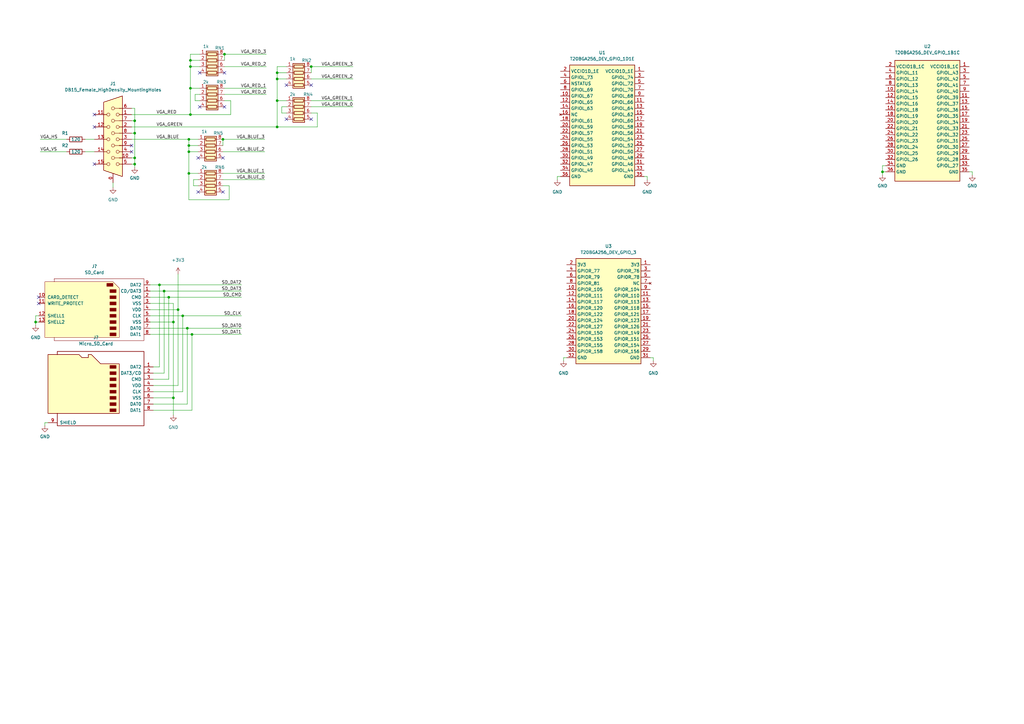
<source format=kicad_sch>
(kicad_sch (version 20211123) (generator eeschema)
  (paper "A3")
  (title_block (title "Trion T20F256 Super6502 Shield"))
  (lib_symbols
    (symbol "Connector:DB15_Female_HighDensity_MountingHoles" (pin_names (offset 1.016) hide)
      (property "Reference" "J" (at 0 21.59 0))
      (property "Value" "DB15_Female_HighDensity_MountingHoles" (at 0 19.05 0))
      (symbol "DB15_Female_HighDensity_MountingHoles_0_1"
        (circle (center -1.905 -10.16) (radius 0.635))
        (circle (center -1.905 -5.08) (radius 0.635))
        (circle (center -1.905 0) (radius 0.635))
        (circle (center -1.905 5.08) (radius 0.635))
        (circle (center -1.905 10.16) (radius 0.635))
        (circle (center 0 -7.62) (radius 0.635))
        (circle (center 0 -2.54) (radius 0.635))
        (polyline (pts (xy -3.175 7.62) (xy -0.635 7.62)))
        (polyline (pts (xy -0.635 -7.62) (xy -3.175 -7.62)))
        (polyline (pts (xy -0.635 -2.54) (xy -3.175 -2.54)))
        (polyline (pts (xy -0.635 2.54) (xy -3.175 2.54)))
        (polyline (pts (xy -0.635 12.7) (xy -3.175 12.7)))
        (polyline (pts (xy -3.81 17.78) (xy -3.81 -15.24) (xy 3.81 -12.7) (xy 3.81 15.24) (xy -3.81 17.78)) (stroke (width 0.254)) (fill (type background)))
        (circle (center 0 2.54) (radius 0.635))
        (circle (center 0 7.62) (radius 0.635))
        (circle (center 0 12.7) (radius 0.635))
        (circle (center 1.905 -10.16) (radius 0.635))
        (circle (center 1.905 -5.08) (radius 0.635))
        (circle (center 1.905 0) (radius 0.635))
        (circle (center 1.905 5.08) (radius 0.635))
        (circle (center 1.905 10.16) (radius 0.635))
      )
      (symbol "DB15_Female_HighDensity_MountingHoles_1_1"
        (pin passive line (at 0 -17.78 90) (length 3.81) (name "~") (number "0"))
        (pin passive line (at -7.62 10.16 0) (length 5.08) (name "~") (number "1"))
        (pin passive line (at -7.62 -7.62 0) (length 5.08) (name "~") (number "10"))
        (pin passive line (at 7.62 10.16 180) (length 5.08) (name "~") (number "11"))
        (pin passive line (at 7.62 5.08 180) (length 5.08) (name "~") (number "12"))
        (pin passive line (at 7.62 0 180) (length 5.08) (name "~") (number "13"))
        (pin passive line (at 7.62 -5.08 180) (length 5.08) (name "~") (number "14"))
        (pin passive line (at 7.62 -10.16 180) (length 5.08) (name "~") (number "15"))
        (pin passive line (at -7.62 5.08 0) (length 5.08) (name "~") (number "2"))
        (pin passive line (at -7.62 0 0) (length 5.08) (name "~") (number "3"))
        (pin passive line (at -7.62 -5.08 0) (length 5.08) (name "~") (number "4"))
        (pin passive line (at -7.62 -10.16 0) (length 5.08) (name "~") (number "5"))
        (pin passive line (at -7.62 12.7 0) (length 5.08) (name "~") (number "6"))
        (pin passive line (at -7.62 7.62 0) (length 5.08) (name "~") (number "7"))
        (pin passive line (at -7.62 2.54 0) (length 5.08) (name "~") (number "8"))
        (pin passive line (at -7.62 -2.54 0) (length 5.08) (name "~") (number "9"))
      )
    )
    (symbol "Connector:Micro_SD_Card" (pin_names (offset 1.016))
      (property "Reference" "J" (at -16.51 15.24 0))
      (property "Value" "Micro_SD_Card" (at 16.51 15.24 0))
      (symbol "Micro_SD_Card_0_1"
        (rectangle (start -7.62 -9.525) (end -5.08 -10.795) (fill (type outline)))
        (rectangle (start -7.62 -6.985) (end -5.08 -8.255) (fill (type outline)))
        (rectangle (start -7.62 -4.445) (end -5.08 -5.715) (fill (type outline)))
        (rectangle (start -7.62 -1.905) (end -5.08 -3.175) (fill (type outline)))
        (rectangle (start -7.62 0.635) (end -5.08 -0.635) (fill (type outline)))
        (rectangle (start -7.62 3.175) (end -5.08 1.905) (fill (type outline)))
        (rectangle (start -7.62 5.715) (end -5.08 4.445) (fill (type outline)))
        (rectangle (start -7.62 8.255) (end -5.08 6.985) (fill (type outline)))
        (polyline (pts (xy 16.51 12.7) (xy 16.51 13.97) (xy -19.05 13.97) (xy -19.05 -16.51) (xy 16.51 -16.51) (xy 16.51 -11.43)) (stroke (width 0.254)))
        (polyline (pts (xy -8.89 -11.43) (xy -8.89 8.89) (xy -1.27 8.89) (xy 2.54 12.7) (xy 3.81 12.7) (xy 3.81 11.43) (xy 6.35 11.43) (xy 7.62 12.7) (xy 20.32 12.7) (xy 20.32 -11.43) (xy -8.89 -11.43)) (stroke (width 0.254)) (fill (type background)))
      )
      (symbol "Micro_SD_Card_1_1"
        (pin bidirectional line (at -22.86 7.62 0) (length 3.81) (name "DAT2") (number "1"))
        (pin bidirectional line (at -22.86 5.08 0) (length 3.81) (name "DAT3/CD") (number "2"))
        (pin input line (at -22.86 2.54 0) (length 3.81) (name "CMD") (number "3"))
        (pin power_in line (at -22.86 0 0) (length 3.81) (name "VDD") (number "4"))
        (pin input line (at -22.86 -2.54 0) (length 3.81) (name "CLK") (number "5"))
        (pin power_in line (at -22.86 -5.08 0) (length 3.81) (name "VSS") (number "6"))
        (pin bidirectional line (at -22.86 -7.62 0) (length 3.81) (name "DAT0") (number "7"))
        (pin bidirectional line (at -22.86 -10.16 0) (length 3.81) (name "DAT1") (number "8"))
        (pin passive line (at 20.32 -15.24 180) (length 3.81) (name "SHIELD") (number "9"))
      )
    )
    (symbol "Connector:SD_Card" (pin_names (offset 1.016))
      (property "Reference" "J" (at -16.51 13.97 0))
      (property "Value" "SD_Card" (at 15.24 -13.97 0))
      (symbol "SD_Card_0_1"
        (rectangle (start -8.89 -9.525) (end -6.35 -10.795) (fill (type outline)))
        (rectangle (start -8.89 -6.985) (end -6.35 -8.255) (fill (type outline)))
        (rectangle (start -8.89 -4.445) (end -6.35 -5.715) (fill (type outline)))
        (rectangle (start -8.89 -1.905) (end -6.35 -3.175) (fill (type outline)))
        (rectangle (start -8.89 0.635) (end -6.35 -0.635) (fill (type outline)))
        (rectangle (start -8.89 3.175) (end -6.35 1.905) (fill (type outline)))
        (rectangle (start -8.89 5.715) (end -6.35 4.445) (fill (type outline)))
        (rectangle (start -8.89 8.255) (end -6.35 6.985) (fill (type outline)))
        (rectangle (start -7.62 10.795) (end -5.08 9.525) (fill (type outline)))
        (polyline (pts (xy -10.16 8.89) (xy -7.62 11.43) (xy 20.32 11.43) (xy 20.32 -11.43) (xy -10.16 -11.43) (xy -10.16 8.89)) (fill (type background)))
        (polyline (pts (xy 16.51 11.43) (xy 16.51 12.7) (xy -20.32 12.7) (xy -20.32 -12.7) (xy 16.51 -12.7) (xy 16.51 -11.43)))
      )
      (symbol "SD_Card_1_1"
        (pin input line (at -22.86 7.62 0) (length 2.54) (name "CD/DAT3") (number "1"))
        (pin input line (at 22.86 5.08 180) (length 2.54) (name "CARD_DETECT") (number "10"))
        (pin input line (at 22.86 2.54 180) (length 2.54) (name "WRITE_PROTECT") (number "11"))
        (pin input line (at 22.86 -2.54 180) (length 2.54) (name "SHELL1") (number "12"))
        (pin input line (at 22.86 -5.08 180) (length 2.54) (name "SHELL2") (number "13"))
        (pin input line (at -22.86 5.08 0) (length 2.54) (name "CMD") (number "2"))
        (pin power_in line (at -22.86 2.54 0) (length 2.54) (name "VSS") (number "3"))
        (pin power_in line (at -22.86 0 0) (length 2.54) (name "VDD") (number "4"))
        (pin input line (at -22.86 -2.54 0) (length 2.54) (name "CLK") (number "5"))
        (pin power_in line (at -22.86 -5.08 0) (length 2.54) (name "VSS") (number "6"))
        (pin input line (at -22.86 -7.62 0) (length 2.54) (name "DAT0") (number "7"))
        (pin input line (at -22.86 -10.16 0) (length 2.54) (name "DAT1") (number "8"))
        (pin input line (at -22.86 10.16 0) (length 2.54) (name "DAT2") (number "9"))
      )
    )
    (symbol "Device:R" (pin_numbers hide) (pin_names (offset 0))
      (property "Reference" "R" (at 2.032 0 90))
      (property "Value" "R" (at 0 0 90))
      (symbol "R_0_1"
        (rectangle (start -1.016 -2.54) (end 1.016 2.54) (stroke (width 0.254)))
      )
      (symbol "R_1_1"
        (pin passive line (at 0 3.81 270) (length 1.27) (name "~") (number "1"))
        (pin passive line (at 0 -3.81 90) (length 1.27) (name "~") (number "2"))
      )
    )
    (symbol "Device:R_Pack04" (pin_names (offset 0) hide)
      (property "Reference" "RN" (at -7.62 0 90))
      (property "Value" "R_Pack04" (at 5.08 0 90))
      (symbol "R_Pack04_0_1"
        (rectangle (start -6.35 -2.413) (end 3.81 2.413) (stroke (width 0.254)) (fill (type background)))
        (rectangle (start -5.715 1.905) (end -4.445 -1.905) (stroke (width 0.254)))
        (rectangle (start -3.175 1.905) (end -1.905 -1.905) (stroke (width 0.254)))
        (rectangle (start -0.635 1.905) (end 0.635 -1.905) (stroke (width 0.254)))
        (polyline (pts (xy -5.08 -2.54) (xy -5.08 -1.905)))
        (polyline (pts (xy -5.08 1.905) (xy -5.08 2.54)))
        (polyline (pts (xy -2.54 -2.54) (xy -2.54 -1.905)))
        (polyline (pts (xy -2.54 1.905) (xy -2.54 2.54)))
        (polyline (pts (xy 0 -2.54) (xy 0 -1.905)))
        (polyline (pts (xy 0 1.905) (xy 0 2.54)))
        (polyline (pts (xy 2.54 -2.54) (xy 2.54 -1.905)))
        (polyline (pts (xy 2.54 1.905) (xy 2.54 2.54)))
        (rectangle (start 1.905 1.905) (end 3.175 -1.905) (stroke (width 0.254)))
      )
      (symbol "R_Pack04_1_1"
        (pin passive line (at -5.08 -5.08 90) (length 2.54) (name "R1.1") (number "1"))
        (pin passive line (at -2.54 -5.08 90) (length 2.54) (name "R2.1") (number "2"))
        (pin passive line (at 0 -5.08 90) (length 2.54) (name "R3.1") (number "3"))
        (pin passive line (at 2.54 -5.08 90) (length 2.54) (name "R4.1") (number "4"))
        (pin passive line (at 2.54 5.08 270) (length 2.54) (name "R4.2") (number "5"))
        (pin passive line (at 0 5.08 270) (length 2.54) (name "R3.2") (number "6"))
        (pin passive line (at -2.54 5.08 270) (length 2.54) (name "R2.2") (number "7"))
        (pin passive line (at -5.08 5.08 270) (length 2.54) (name "R1.2") (number "8"))
      )
    )
    (symbol "Header:T20BGA256_DEV_GPIO_1B1C"
      (property "Reference" "U" (at 0 0 0))
      (property "Value" "T20BGA256_DEV_GPIO_1B1C" (at 0 0 0))
      (symbol "T20BGA256_DEV_GPIO_1B1C_1_1"
        (rectangle (start -12.7 -1.27) (end 13.97 -50.8) (stroke (width 0.254)) (fill (type background)))
        (pin power_in line (at 17.78 -3.81 180) (length 3.81) (name "VCCIO1B_1C") (number "1"))
        (pin bidirectional line (at -16.51 -13.97 0) (length 3.81) (name "GPIOL_14") (number "10"))
        (pin bidirectional line (at 17.78 -16.51 180) (length 3.81) (name "GPIOL_39") (number "11"))
        (pin bidirectional line (at -16.51 -16.51 0) (length 3.81) (name "GPIOL_15") (number "12"))
        (pin bidirectional line (at 17.78 -19.05 180) (length 3.81) (name "GPIOL_37") (number "13"))
        (pin bidirectional line (at -16.51 -19.05 0) (length 3.81) (name "GPIOL_16") (number "14"))
        (pin bidirectional line (at 17.78 -21.59 180) (length 3.81) (name "GPIOL_36") (number "15"))
        (pin bidirectional line (at -16.51 -21.59 0) (length 3.81) (name "GPIOL_18") (number "16"))
        (pin bidirectional line (at 17.78 -24.13 180) (length 3.81) (name "GPIOL_35") (number "17"))
        (pin bidirectional line (at -16.51 -24.13 0) (length 3.81) (name "GPIOL_19") (number "18"))
        (pin bidirectional line (at 17.78 -26.67 180) (length 3.81) (name "GPIOL_34") (number "19"))
        (pin power_in line (at -16.51 -3.81 0) (length 3.81) (name "VCCIO1B_1C") (number "2"))
        (pin bidirectional line (at -16.51 -26.67 0) (length 3.81) (name "GPIOL_20") (number "20"))
        (pin bidirectional line (at 17.78 -29.21 180) (length 3.81) (name "GPIOL_33") (number "21"))
        (pin bidirectional line (at -16.51 -29.21 0) (length 3.81) (name "GPIOL_21") (number "22"))
        (pin bidirectional line (at 17.78 -31.75 180) (length 3.81) (name "GPIOL_32") (number "23"))
        (pin bidirectional line (at -16.51 -31.75 0) (length 3.81) (name "GPIOL_22") (number "24"))
        (pin bidirectional line (at 17.78 -34.29 180) (length 3.81) (name "GPIOL_31") (number "25"))
        (pin bidirectional line (at -16.51 -34.29 0) (length 3.81) (name "GPIOL_23") (number "26"))
        (pin bidirectional line (at 17.78 -36.83 180) (length 3.81) (name "GPIOL_30") (number "27"))
        (pin bidirectional line (at -16.51 -36.83 0) (length 3.81) (name "GPIOL_24") (number "28"))
        (pin bidirectional line (at 17.78 -39.37 180) (length 3.81) (name "GPIOL_29") (number "29"))
        (pin bidirectional line (at 17.78 -6.35 180) (length 3.81) (name "GPIOL_43") (number "3"))
        (pin bidirectional line (at -16.51 -39.37 0) (length 3.81) (name "GPIOL_25") (number "30"))
        (pin bidirectional line (at 17.78 -41.91 180) (length 3.81) (name "GPIOL_28") (number "31"))
        (pin bidirectional line (at -16.51 -41.91 0) (length 3.81) (name "GPIOL_26") (number "32"))
        (pin bidirectional line (at 17.78 -44.45 180) (length 3.81) (name "GPIOL_27") (number "33"))
        (pin power_in line (at -16.51 -44.45 0) (length 3.81) (name "GND") (number "34"))
        (pin power_in line (at 17.78 -46.99 180) (length 3.81) (name "GND") (number "35"))
        (pin power_in line (at -16.51 -46.99 0) (length 3.81) (name "GND") (number "36"))
        (pin bidirectional line (at -16.51 -6.35 0) (length 3.81) (name "GPIOL_11") (number "4"))
        (pin bidirectional line (at 17.78 -8.89 180) (length 3.81) (name "GPIOL_42") (number "5"))
        (pin bidirectional line (at -16.51 -8.89 0) (length 3.81) (name "GPIOL_12") (number "6"))
        (pin bidirectional line (at 17.78 -11.43 180) (length 3.81) (name "GPIOL_41") (number "7"))
        (pin bidirectional line (at -16.51 -11.43 0) (length 3.81) (name "GPIOL_13") (number "8"))
        (pin bidirectional line (at 17.78 -13.97 180) (length 3.81) (name "GPIOL_40") (number "9"))
      )
    )
    (symbol "Header:T20BGA256_DEV_GPIO_1D1E"
      (property "Reference" "U" (at 0 0 0))
      (property "Value" "T20BGA256_DEV_GPIO_1D1E" (at 0 0 0))
      (symbol "T20BGA256_DEV_GPIO_1D1E_1_1"
        (rectangle (start -12.7 -2.54) (end 13.97 -52.07) (stroke (width 0.254)) (fill (type background)))
        (pin power_in line (at 17.78 -5.08 180) (length 3.81) (name "VCCIO1D_1E") (number "1"))
        (pin bidirectional line (at -16.51 -15.24 0) (length 3.81) (name "GPIOL_67") (number "10"))
        (pin bidirectional line (at 17.78 -17.78 180) (length 3.81) (name "GPIOL_66") (number "11"))
        (pin bidirectional line (at -16.51 -17.78 0) (length 3.81) (name "GPIOL_65") (number "12"))
        (pin bidirectional line (at 17.78 -20.32 180) (length 3.81) (name "GPIOL_64") (number "13"))
        (pin bidirectional line (at -16.51 -20.32 0) (length 3.81) (name "GPIOL_63") (number "14"))
        (pin bidirectional line (at 17.78 -22.86 180) (length 3.81) (name "GPIOL_62") (number "15"))
        (pin no_connect line (at -16.51 -22.86 0) (length 3.81) (name "NC") (number "16"))
        (pin bidirectional line (at 17.78 -25.4 180) (length 3.81) (name "GPIOL_60") (number "17"))
        (pin bidirectional line (at -16.51 -25.4 0) (length 3.81) (name "GPIOL_61") (number "18"))
        (pin bidirectional line (at 17.78 -27.94 180) (length 3.81) (name "GPIOL_58") (number "19"))
        (pin power_in line (at -16.51 -5.08 0) (length 3.81) (name "VCCIO1D_1E") (number "2"))
        (pin bidirectional line (at -16.51 -27.94 0) (length 3.81) (name "GPIOL_59") (number "20"))
        (pin bidirectional line (at 17.78 -30.48 180) (length 3.81) (name "GPIOL_56") (number "21"))
        (pin bidirectional line (at -16.51 -30.48 0) (length 3.81) (name "GPIOL_57") (number "22"))
        (pin bidirectional line (at 17.78 -33.02 180) (length 3.81) (name "GPIOL_54") (number "23"))
        (pin bidirectional line (at -16.51 -33.02 0) (length 3.81) (name "GPIOL_55") (number "24"))
        (pin bidirectional line (at 17.78 -35.56 180) (length 3.81) (name "GPIOL_52") (number "25"))
        (pin bidirectional line (at -16.51 -35.56 0) (length 3.81) (name "GPIOL_53") (number "26"))
        (pin bidirectional line (at 17.78 -38.1 180) (length 3.81) (name "GPIOL_50") (number "27"))
        (pin bidirectional line (at -16.51 -38.1 0) (length 3.81) (name "GPIOL_51") (number "28"))
        (pin bidirectional line (at 17.78 -40.64 180) (length 3.81) (name "GPIOL_48") (number "29"))
        (pin bidirectional line (at 17.78 -7.62 180) (length 3.81) (name "GPIOL_74") (number "3"))
        (pin bidirectional line (at -16.51 -40.64 0) (length 3.81) (name "GPIOL_49") (number "30"))
        (pin bidirectional line (at 17.78 -43.18 180) (length 3.81) (name "GPIOL_46") (number "31"))
        (pin bidirectional line (at -16.51 -43.18 0) (length 3.81) (name "GPIOL_47") (number "32"))
        (pin bidirectional line (at 17.78 -45.72 180) (length 3.81) (name "GPIOL_44") (number "33"))
        (pin bidirectional line (at -16.51 -45.72 0) (length 3.81) (name "GPIOL_45") (number "34"))
        (pin power_in line (at 17.78 -48.26 180) (length 3.81) (name "GND") (number "35"))
        (pin power_in line (at -16.51 -48.26 0) (length 3.81) (name "GND") (number "36"))
        (pin bidirectional line (at -16.51 -7.62 0) (length 3.81) (name "GPIOL_73") (number "4"))
        (pin bidirectional line (at 17.78 -10.16 180) (length 3.81) (name "GPIOL_72") (number "5"))
        (pin input line (at -16.51 -10.16 0) (length 3.81) (name "NSTATUS") (number "6"))
        (pin bidirectional line (at 17.78 -12.7 180) (length 3.81) (name "GPIOL_70") (number "7"))
        (pin bidirectional line (at -16.51 -12.7 0) (length 3.81) (name "GPIOL_69") (number "8"))
        (pin bidirectional line (at 17.78 -15.24 180) (length 3.81) (name "GPIOL_68") (number "9"))
      )
    )
    (symbol "Header:T20BGA256_DEV_GPIO_3"
      (property "Reference" "U" (at 0 0 0))
      (property "Value" "T20BGA256_DEV_GPIO_3" (at 0 0 0))
      (symbol "T20BGA256_DEV_GPIO_3_1_1"
        (rectangle (start -13.97 -2.54) (end 12.7 -45.72) (stroke (width 0.254)) (fill (type background)))
        (pin power_in line (at 16.51 -5.08 180) (length 3.81) (name "3V3") (number "1"))
        (pin bidirectional line (at -17.78 -15.24 0) (length 3.81) (name "GPIOR_105") (number "10"))
        (pin bidirectional line (at 16.51 -17.78 180) (length 3.81) (name "GPIOR_110") (number "11"))
        (pin bidirectional line (at -17.78 -17.78 0) (length 3.81) (name "GPIOR_111") (number "12"))
        (pin bidirectional line (at 16.51 -20.32 180) (length 3.81) (name "GPIOR_113") (number "13"))
        (pin bidirectional line (at -17.78 -20.32 0) (length 3.81) (name "GPIOR_117") (number "14"))
        (pin bidirectional line (at 16.51 -22.86 180) (length 3.81) (name "GPIOR_118") (number "15"))
        (pin bidirectional line (at -17.78 -22.86 0) (length 3.81) (name "GPIOR_120") (number "16"))
        (pin bidirectional line (at 16.51 -25.4 180) (length 3.81) (name "GPIOR_121") (number "17"))
        (pin bidirectional line (at -17.78 -25.4 0) (length 3.81) (name "GPIOR_122") (number "18"))
        (pin bidirectional line (at 16.51 -27.94 180) (length 3.81) (name "GPIOR_123") (number "19"))
        (pin power_in line (at -17.78 -5.08 0) (length 3.81) (name "3V3") (number "2"))
        (pin bidirectional line (at -17.78 -27.94 0) (length 3.81) (name "GPIOR_124") (number "20"))
        (pin bidirectional line (at 16.51 -30.48 180) (length 3.81) (name "GPIOR_126") (number "21"))
        (pin bidirectional line (at -17.78 -30.48 0) (length 3.81) (name "GPIOR_127") (number "22"))
        (pin bidirectional line (at 16.51 -33.02 180) (length 3.81) (name "GPIOR_149") (number "23"))
        (pin bidirectional line (at -17.78 -33.02 0) (length 3.81) (name "GPIOR_150") (number "24"))
        (pin bidirectional line (at 16.51 -35.56 180) (length 3.81) (name "GPIOR_151") (number "25"))
        (pin bidirectional line (at -17.78 -35.56 0) (length 3.81) (name "GPIOR_153") (number "26"))
        (pin bidirectional line (at 16.51 -38.1 180) (length 3.81) (name "GPIOR_154") (number "27"))
        (pin bidirectional line (at -17.78 -38.1 0) (length 3.81) (name "GPIOR_155") (number "28"))
        (pin bidirectional line (at 16.51 -40.64 180) (length 3.81) (name "GPIOR_156") (number "29"))
        (pin bidirectional line (at 16.51 -7.62 180) (length 3.81) (name "GPIOR_76") (number "3"))
        (pin bidirectional line (at -17.78 -40.64 0) (length 3.81) (name "GPIOR_158") (number "30"))
        (pin power_in line (at 16.51 -43.18 180) (length 3.81) (name "GND") (number "31"))
        (pin power_in line (at -17.78 -43.18 0) (length 3.81) (name "GND") (number "32"))
        (pin bidirectional line (at -17.78 -7.62 0) (length 3.81) (name "GPIOR_77") (number "4"))
        (pin bidirectional line (at 16.51 -10.16 180) (length 3.81) (name "GPIOR_78") (number "5"))
        (pin bidirectional line (at -17.78 -10.16 0) (length 3.81) (name "GPIOR_79") (number "6"))
        (pin no_connect line (at 16.51 -12.7 180) (length 3.81) (name "NC") (number "7"))
        (pin bidirectional line (at -17.78 -12.7 0) (length 3.81) (name "GPIOR_81") (number "8"))
        (pin bidirectional line (at 16.51 -15.24 180) (length 3.81) (name "GPIOR_104") (number "9"))
      )
    )
    (symbol "power:+3V3" (power) (pin_names (offset 0))
      (property "Value" "+3V3" (at 0 3.556 0))
      (symbol "+3V3_0_1"
        (polyline (pts (xy -0.762 1.27) (xy 0 2.54)))
        (polyline (pts (xy 0 0) (xy 0 2.54)))
        (polyline (pts (xy 0 2.54) (xy 0.762 1.27)))
      )
      (symbol "+3V3_1_1"
        (pin power_in line (at 0 0 90) (length 0) hide (name "+3V3") (number "1"))
      )
    )
    (symbol "power:GND" (power) (pin_names (offset 0))
      (property "Value" "GND" (at 0 -3.81 0))
      (symbol "GND_0_1"
        (polyline (pts (xy 0 0) (xy 0 -1.27) (xy 1.27 -1.27) (xy 0 -2.54) (xy -1.27 -1.27) (xy 0 -1.27)))
      )
      (symbol "GND_1_1"
        (pin power_in line (at 0 0 270) (length 0) hide (name "GND") (number "1"))
      )
    )
  )
  (junction (at 77.47 62.23))
  (junction (at 77.47 57.15))
  (junction (at 113.665 52.07))
  (junction (at 67.31 119.38))
  (junction (at 91.44 57.15))
  (junction (at 77.47 59.69))
  (junction (at 113.665 29.845))
  (junction (at 127.635 27.305))
  (junction (at 55.245 49.53))
  (junction (at 73.025 127))
  (junction (at 55.245 54.61))
  (junction (at 113.665 32.385))
  (junction (at 78.105 24.765))
  (junction (at 77.47 71.12))
  (junction (at 78.74 137.16))
  (junction (at 14.605 132.08))
  (junction (at 71.12 163.195))
  (junction (at 113.665 41.275))
  (junction (at 74.93 129.54))
  (junction (at 55.245 67.31))
  (junction (at 78.105 27.305))
  (junction (at 69.215 121.92))
  (junction (at 361.95 70.485))
  (junction (at 65.405 116.84))
  (junction (at 78.105 46.99))
  (junction (at 78.105 36.195))
  (junction (at 92.075 22.225))
  (junction (at 71.12 132.08))
  (junction (at 76.835 134.62))
  (junction (at 55.245 64.77))
  (no_connect (at 92.075 43.815))
  (no_connect (at 38.735 52.07))
  (no_connect (at 38.735 46.99))
  (no_connect (at 53.975 62.23))
  (no_connect (at 38.735 67.31))
  (no_connect (at 81.915 29.845))
  (no_connect (at 81.28 64.77))
  (no_connect (at 117.475 48.895))
  (no_connect (at 91.44 64.77))
  (no_connect (at 92.075 29.845))
  (no_connect (at 127.635 34.925))
  (no_connect (at 117.475 34.925))
  (no_connect (at 15.875 124.46))
  (no_connect (at 127.635 48.895))
  (no_connect (at 53.975 59.69))
  (no_connect (at 15.875 121.92))
  (no_connect (at 81.915 43.815))
  (no_connect (at 91.44 78.74))
  (no_connect (at 81.28 78.74))
  (wire (pts (xy 71.12 163.195) (xy 62.865 163.195)))
  (wire (pts (xy 127.635 46.355) (xy 130.175 46.355)))
  (wire (pts (xy 113.665 41.275) (xy 113.665 32.385)))
  (wire (pts (xy 65.405 116.84) (xy 61.595 116.84)))
  (wire (pts (xy 79.375 73.66) (xy 79.375 76.2)))
  (wire (pts (xy 77.47 59.69) (xy 81.28 59.69)))
  (wire (pts (xy 71.12 124.46) (xy 71.12 132.08)))
  (wire (pts (xy 78.105 36.195) (xy 78.105 27.305)))
  (wire (pts (xy 361.95 71.755) (xy 361.95 70.485)))
  (wire (pts (xy 127.635 43.815) (xy 144.78 43.815)))
  (wire (pts (xy 14.605 133.35) (xy 14.605 132.08)))
  (wire (pts (xy 91.44 57.15) (xy 91.44 59.69)))
  (wire (pts (xy 53.975 52.07) (xy 113.665 52.07)))
  (wire (pts (xy 78.74 137.16) (xy 78.74 168.275)))
  (wire (pts (xy 361.95 70.485) (xy 363.22 70.485)))
  (wire (pts (xy 113.665 32.385) (xy 117.475 32.385)))
  (wire (pts (xy 61.595 124.46) (xy 71.12 124.46)))
  (wire (pts (xy 92.075 38.735) (xy 109.22 38.735)))
  (wire (pts (xy 113.665 27.305) (xy 117.475 27.305)))
  (wire (pts (xy 65.405 150.495) (xy 65.405 116.84)))
  (wire (pts (xy 55.245 68.58) (xy 55.245 67.31)))
  (wire (pts (xy 61.595 137.16) (xy 78.74 137.16)))
  (wire (pts (xy 77.47 81.915) (xy 77.47 71.12)))
  (wire (pts (xy 53.975 64.77) (xy 55.245 64.77)))
  (wire (pts (xy 231.14 147.955) (xy 231.14 146.685)))
  (wire (pts (xy 55.245 49.53) (xy 55.245 54.61)))
  (wire (pts (xy 78.74 168.275) (xy 62.865 168.275)))
  (wire (pts (xy 115.57 43.815) (xy 115.57 46.355)))
  (wire (pts (xy 127.635 27.305) (xy 144.78 27.305)))
  (wire (pts (xy 91.44 71.12) (xy 108.585 71.12)))
  (wire (pts (xy 61.595 129.54) (xy 74.93 129.54)))
  (wire (pts (xy 14.605 132.08) (xy 15.875 132.08)))
  (wire (pts (xy 61.595 132.08) (xy 71.12 132.08)))
  (wire (pts (xy 73.025 127) (xy 73.025 158.115)))
  (wire (pts (xy 18.415 174.625) (xy 18.415 173.355)))
  (wire (pts (xy 92.075 22.225) (xy 109.22 22.225)))
  (wire (pts (xy 94.615 41.275) (xy 94.615 46.99)))
  (wire (pts (xy 76.835 134.62) (xy 99.06 134.62)))
  (wire (pts (xy 61.595 121.92) (xy 69.215 121.92)))
  (wire (pts (xy 117.475 43.815) (xy 115.57 43.815)))
  (wire (pts (xy 65.405 116.84) (xy 99.06 116.84)))
  (wire (pts (xy 55.245 67.31) (xy 53.975 67.31)))
  (wire (pts (xy 67.31 153.035) (xy 67.31 119.38)))
  (wire (pts (xy 62.865 153.035) (xy 67.31 153.035)))
  (wire (pts (xy 130.175 46.355) (xy 130.175 52.07)))
  (wire (pts (xy 80.01 38.735) (xy 80.01 41.275)))
  (wire (pts (xy 91.44 76.2) (xy 93.98 76.2)))
  (wire (pts (xy 77.47 71.12) (xy 81.28 71.12)))
  (wire (pts (xy 69.215 121.92) (xy 69.215 155.575)))
  (wire (pts (xy 113.665 29.845) (xy 113.665 27.305)))
  (wire (pts (xy 361.95 70.485) (xy 361.95 67.945)))
  (wire (pts (xy 398.78 70.485) (xy 397.51 70.485)))
  (wire (pts (xy 93.98 81.915) (xy 77.47 81.915)))
  (wire (pts (xy 71.12 163.195) (xy 71.12 170.18)))
  (wire (pts (xy 14.605 129.54) (xy 15.875 129.54)))
  (wire (pts (xy 81.28 73.66) (xy 79.375 73.66)))
  (wire (pts (xy 228.6 72.39) (xy 229.87 72.39)))
  (wire (pts (xy 92.075 27.305) (xy 109.22 27.305)))
  (wire (pts (xy 93.98 76.2) (xy 93.98 81.915)))
  (wire (pts (xy 113.665 41.275) (xy 117.475 41.275)))
  (wire (pts (xy 69.215 155.575) (xy 62.865 155.575)))
  (wire (pts (xy 74.93 160.655) (xy 62.865 160.655)))
  (wire (pts (xy 265.43 72.39) (xy 264.16 72.39)))
  (wire (pts (xy 76.835 134.62) (xy 76.835 165.735)))
  (wire (pts (xy 67.31 119.38) (xy 99.06 119.38)))
  (wire (pts (xy 76.835 165.735) (xy 62.865 165.735)))
  (wire (pts (xy 16.51 62.23) (xy 27.305 62.23)))
  (wire (pts (xy 91.44 73.66) (xy 108.585 73.66)))
  (wire (pts (xy 77.47 59.69) (xy 77.47 62.23)))
  (wire (pts (xy 34.925 57.15) (xy 38.735 57.15)))
  (wire (pts (xy 127.635 41.275) (xy 144.78 41.275)))
  (wire (pts (xy 53.975 46.99) (xy 78.105 46.99)))
  (wire (pts (xy 55.245 54.61) (xy 55.245 64.77)))
  (wire (pts (xy 73.025 158.115) (xy 62.865 158.115)))
  (wire (pts (xy 78.105 46.99) (xy 78.105 36.195)))
  (wire (pts (xy 265.43 73.66) (xy 265.43 72.39)))
  (wire (pts (xy 55.245 64.77) (xy 55.245 67.31)))
  (wire (pts (xy 55.245 44.45) (xy 55.245 49.53)))
  (wire (pts (xy 69.215 121.92) (xy 99.06 121.92)))
  (wire (pts (xy 94.615 46.99) (xy 78.105 46.99)))
  (wire (pts (xy 71.12 132.08) (xy 71.12 163.195)))
  (wire (pts (xy 78.105 24.765) (xy 81.915 24.765)))
  (wire (pts (xy 127.635 27.305) (xy 127.635 29.845)))
  (wire (pts (xy 16.51 57.15) (xy 27.305 57.15)))
  (wire (pts (xy 91.44 57.15) (xy 108.585 57.15)))
  (wire (pts (xy 80.01 41.275) (xy 81.915 41.275)))
  (wire (pts (xy 74.93 129.54) (xy 74.93 160.655)))
  (wire (pts (xy 130.175 52.07) (xy 113.665 52.07)))
  (wire (pts (xy 92.075 36.195) (xy 109.22 36.195)))
  (wire (pts (xy 74.93 129.54) (xy 99.06 129.54)))
  (wire (pts (xy 92.075 41.275) (xy 94.615 41.275)))
  (wire (pts (xy 53.975 57.15) (xy 77.47 57.15)))
  (wire (pts (xy 81.915 38.735) (xy 80.01 38.735)))
  (wire (pts (xy 231.14 146.685) (xy 232.41 146.685)))
  (wire (pts (xy 92.075 22.225) (xy 92.075 24.765)))
  (wire (pts (xy 267.97 147.955) (xy 267.97 146.685)))
  (wire (pts (xy 127.635 32.385) (xy 144.78 32.385)))
  (wire (pts (xy 267.97 146.685) (xy 266.7 146.685)))
  (wire (pts (xy 53.975 54.61) (xy 55.245 54.61)))
  (wire (pts (xy 77.47 62.23) (xy 77.47 71.12)))
  (wire (pts (xy 46.355 74.93) (xy 46.355 76.835)))
  (wire (pts (xy 78.105 27.305) (xy 81.915 27.305)))
  (wire (pts (xy 91.44 62.23) (xy 108.585 62.23)))
  (wire (pts (xy 61.595 134.62) (xy 76.835 134.62)))
  (wire (pts (xy 398.78 71.755) (xy 398.78 70.485)))
  (wire (pts (xy 77.47 57.15) (xy 81.28 57.15)))
  (wire (pts (xy 61.595 127) (xy 73.025 127)))
  (wire (pts (xy 53.975 44.45) (xy 55.245 44.45)))
  (wire (pts (xy 77.47 57.15) (xy 77.47 59.69)))
  (wire (pts (xy 14.605 132.08) (xy 14.605 129.54)))
  (wire (pts (xy 228.6 73.66) (xy 228.6 72.39)))
  (wire (pts (xy 113.665 32.385) (xy 113.665 29.845)))
  (wire (pts (xy 53.975 49.53) (xy 55.245 49.53)))
  (wire (pts (xy 61.595 119.38) (xy 67.31 119.38)))
  (wire (pts (xy 79.375 76.2) (xy 81.28 76.2)))
  (wire (pts (xy 113.665 52.07) (xy 113.665 41.275)))
  (wire (pts (xy 34.925 62.23) (xy 38.735 62.23)))
  (wire (pts (xy 78.105 36.195) (xy 81.915 36.195)))
  (wire (pts (xy 77.47 62.23) (xy 81.28 62.23)))
  (wire (pts (xy 78.105 22.225) (xy 81.915 22.225)))
  (wire (pts (xy 78.105 27.305) (xy 78.105 24.765)))
  (wire (pts (xy 113.665 29.845) (xy 117.475 29.845)))
  (wire (pts (xy 18.415 173.355) (xy 19.685 173.355)))
  (wire (pts (xy 73.025 112.395) (xy 73.025 127)))
  (wire (pts (xy 361.95 67.945) (xy 363.22 67.945)))
  (wire (pts (xy 78.74 137.16) (xy 99.06 137.16)))
  (wire (pts (xy 78.105 24.765) (xy 78.105 22.225)))
  (wire (pts (xy 62.865 150.495) (xy 65.405 150.495)))
  (wire (pts (xy 115.57 46.355) (xy 117.475 46.355)))
  (label "VGA_BLUE_1" (at 108.585 71.12 180))
  (label "VGA_RED" (at 64.135 46.99 0))
  (label "VGA_GREEN_2" (at 144.78 32.385 180))
  (label "VGA_GREEN_0" (at 144.78 43.815 180))
  (label "SD_DAT0" (at 99.06 134.62 180))
  (label "VGA_BLUE_2" (at 108.585 62.23 180))
  (label "VGA_BLUE" (at 64.135 57.15 0))
  (label "VGA_RED_1" (at 109.22 36.195 180))
  (label "VGA_BLUE_0" (at 108.585 73.66 180))
  (label "SD_CLK" (at 99.06 129.54 180))
  (label "VGA_RED_0" (at 109.22 38.735 180))
  (label "VGA_GREEN_3" (at 144.78 27.305 180))
  (label "SD_DAT1" (at 99.06 137.16 180))
  (label "VGA_HS" (at 16.51 57.15 0))
  (label "SD_DAT2" (at 99.06 116.84 180))
  (label "VGA_GREEN_1" (at 144.78 41.275 180))
  (label "VGA_GREEN" (at 64.135 52.07 0))
  (label "VGA_RED_2" (at 109.22 27.305 180))
  (label "SD_DAT3" (at 99.06 119.38 180))
  (label "VGA_RED_3" (at 109.22 22.225 180))
  (label "VGA_BLUE_3" (at 108.585 57.15 180))
  (label "SD_CMD" (at 99.06 121.92 180))
  (label "VGA_VS" (at 16.51 62.23 0))
  (symbol (lib_id "Device:R_Pack04") (at 86.995 27.305 270) (unit 1)
    (property "Reference" "RN1" (at 90.17 19.685 90))
    (property "Value" "1k" (at 84.455 19.05 90))
  )
  (symbol (lib_id "Device:R") (at 31.115 57.15 90) (unit 1)
    (property "Reference" "R1" (at 26.67 54.61 90))
    (property "Value" "120" (at 31.115 57.15 90))
  )
  (symbol (lib_id "power:+3V3") (at 73.025 112.395 0) (unit 1)
    (property "Reference" "#PWR?" (effects hide))
    (property "Value" "+3V3" (at 73.025 106.68 0))
  )
  (symbol (lib_id "Header:T20BGA256_DEV_GPIO_1B1C") (at 379.73 23.495 0) (unit 1)
    (property "Reference" "U2" (at 380.365 19.05 0))
    (property "Value" "T20BGA256_DEV_GPIO_1B1C" (at 380.365 21.59 0))
    (property "Footprint" "Connector_PinSocket_2.54mm:PinSocket_2x18_P2.54mm_Vertical" (effects hide))
  )
  (symbol (lib_id "Device:R_Pack04") (at 122.555 32.385 270) (unit 1)
    (property "Reference" "RN2" (at 125.73 24.765 90))
    (property "Value" "1k" (at 120.015 24.13 90))
  )
  (symbol (lib_id "Device:R_Pack04") (at 86.36 62.23 270) (unit 1)
    (property "Reference" "RN5" (at 89.535 54.61 90))
    (property "Value" "1k" (at 83.82 53.975 90))
  )
  (symbol (lib_id "power:GND") (at 398.78 71.755 0) (unit 1)
    (property "Reference" "#PWR06" (effects hide))
    (property "Value" "GND" (at 398.78 76.2 0))
  )
  (symbol (lib_id "power:GND") (at 265.43 73.66 0) (unit 1)
    (property "Reference" "#PWR04" (effects hide))
    (property "Value" "GND" (at 265.43 78.74 0))
  )
  (symbol (lib_id "power:GND") (at 361.95 71.755 0) (unit 1)
    (property "Reference" "#PWR05" (effects hide))
    (property "Value" "GND" (at 361.95 76.2 0))
  )
  (symbol (lib_id "power:GND") (at 55.245 68.58 0) (unit 1)
    (property "Reference" "#PWR01" (effects hide))
    (property "Value" "GND" (at 55.245 73.025 0))
  )
  (symbol (lib_id "power:GND") (at 267.97 147.955 0) (unit 1)
    (property "Reference" "#PWR08" (effects hide))
    (property "Value" "GND" (at 267.97 153.035 0))
  )
  (symbol (lib_id "Device:R_Pack04") (at 86.36 76.2 270) (unit 1)
    (property "Reference" "RN6" (at 90.17 68.58 90))
    (property "Value" "2k" (at 83.82 68.58 90))
  )
  (symbol (lib_id "Device:R_Pack04") (at 86.995 41.275 270) (unit 1)
    (property "Reference" "RN3" (at 90.805 33.655 90))
    (property "Value" "2k" (at 84.455 33.655 90))
  )
  (symbol (lib_id "Device:R_Pack04") (at 122.555 46.355 270) (unit 1)
    (property "Reference" "RN4" (at 126.365 38.735 90))
    (property "Value" "2k" (at 120.015 38.735 90))
  )
  (symbol (lib_id "Connector:DB15_Female_HighDensity_MountingHoles") (at 46.355 57.15 0) (mirror y) (unit 1)
    (property "Reference" "J1" (at 46.355 34.29 0))
    (property "Value" "DB15_Female_HighDensity_MountingHoles" (at 46.355 36.83 0))
    (property "Datasheet" " ~" (effects hide))
  )
  (symbol (lib_id "power:GND") (at 71.12 170.18 0) (unit 1)
    (property "Reference" "#PWR?" (effects hide))
    (property "Value" "GND" (at 71.12 175.26 0))
  )
  (symbol (lib_id "power:GND") (at 228.6 73.66 0) (unit 1)
    (property "Reference" "#PWR03" (effects hide))
    (property "Value" "GND" (at 228.6 78.74 0))
  )
  (symbol (lib_id "Device:R") (at 31.115 62.23 90) (unit 1)
    (property "Reference" "R2" (at 26.67 59.69 90))
    (property "Value" "120" (at 31.115 62.23 90))
  )
  (symbol (lib_id "Connector:SD_Card") (at 38.735 127 0) (mirror y) (unit 1)
    (property "Reference" "J?" (at 38.735 109.22 0))
    (property "Value" "SD_Card" (at 38.735 111.76 0))
    (property "Datasheet" "http://portal.fciconnect.com/Comergent//fci/drawing/10067847.pdf" (effects hide))
  )
  (symbol (lib_id "power:GND") (at 231.14 147.955 0) (unit 1)
    (property "Reference" "#PWR07" (effects hide))
    (property "Value" "GND" (at 231.14 153.035 0))
  )
  (symbol (lib_id "Header:T20BGA256_DEV_GPIO_3") (at 250.19 103.505 0) (unit 1)
    (property "Reference" "U3" (at 249.555 100.965 0))
    (property "Value" "T20BGA256_DEV_GPIO_3" (at 249.555 103.505 0))
    (property "Footprint" "Connector_PinSocket_2.54mm:PinSocket_2x16_P2.54mm_Vertical" (effects hide))
  )
  (symbol (lib_id "power:GND") (at 46.355 76.835 0) (unit 1)
    (property "Reference" "#PWR02" (effects hide))
    (property "Value" "GND" (at 46.355 81.915 0))
  )
  (symbol (lib_id "power:GND") (at 18.415 174.625 0) (unit 1)
    (property "Reference" "#PWR?" (effects hide))
    (property "Value" "GND" (at 18.415 179.07 0))
  )
  (symbol (lib_id "Connector:Micro_SD_Card") (at 40.005 158.115 0) (mirror y) (unit 1)
    (property "Reference" "J?" (at 39.37 138.43 0))
    (property "Value" "Micro_SD_Card" (at 39.37 140.97 0))
    (property "Datasheet" "http://katalog.we-online.de/em/datasheet/693072010801.pdf" (effects hide))
  )
  (symbol (lib_id "Header:T20BGA256_DEV_GPIO_1D1E") (at 246.38 24.13 0) (unit 1)
    (property "Reference" "U1" (at 247.015 21.59 0))
    (property "Value" "T20BGA256_DEV_GPIO_1D1E" (at 247.015 24.13 0))
    (property "Footprint" "Connector_PinSocket_2.54mm:PinSocket_2x18_P2.54mm_Vertical" (effects hide))
  )
  (symbol (lib_id "power:GND") (at 14.605 133.35 0) (unit 1)
    (property "Reference" "#PWR?" (effects hide))
    (property "Value" "GND" (at 14.605 138.43 0))
  )
)
</source>
